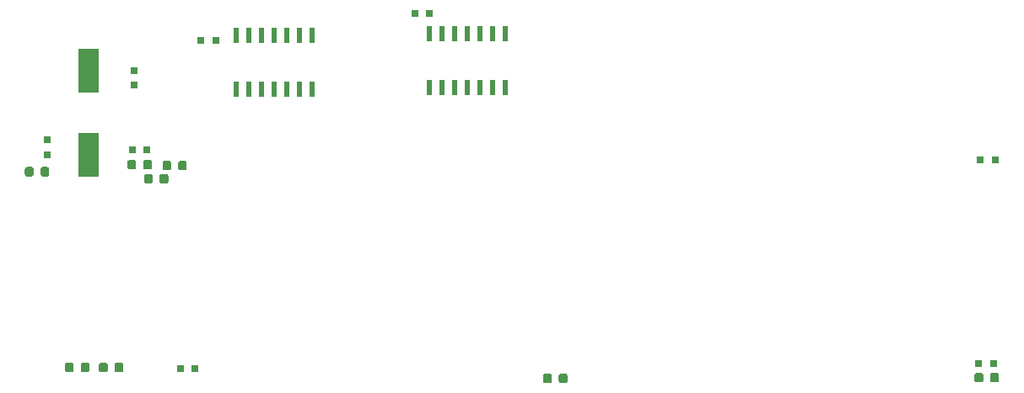
<source format=gbr>
G04 #@! TF.GenerationSoftware,KiCad,Pcbnew,(5.0.0)*
G04 #@! TF.CreationDate,2020-08-03T17:04:06+01:00*
G04 #@! TF.ProjectId,basic-mc6800,62617369632D6D63363830302E6B6963,rev?*
G04 #@! TF.SameCoordinates,Original*
G04 #@! TF.FileFunction,Paste,Top*
G04 #@! TF.FilePolarity,Positive*
%FSLAX46Y46*%
G04 Gerber Fmt 4.6, Leading zero omitted, Abs format (unit mm)*
G04 Created by KiCad (PCBNEW (5.0.0)) date 08/03/20 17:04:06*
%MOMM*%
%LPD*%
G01*
G04 APERTURE LIST*
%ADD10C,0.100000*%
%ADD11C,0.875000*%
%ADD12R,2.000000X4.500000*%
%ADD13R,0.800000X0.750000*%
%ADD14R,0.600000X1.500000*%
%ADD15R,0.750000X0.800000*%
G04 APERTURE END LIST*
D10*
G04 #@! TO.C,R5*
G36*
X115632491Y-75116453D02*
X115653726Y-75119603D01*
X115674550Y-75124819D01*
X115694762Y-75132051D01*
X115714168Y-75141230D01*
X115732581Y-75152266D01*
X115749824Y-75165054D01*
X115765730Y-75179470D01*
X115780146Y-75195376D01*
X115792934Y-75212619D01*
X115803970Y-75231032D01*
X115813149Y-75250438D01*
X115820381Y-75270650D01*
X115825597Y-75291474D01*
X115828747Y-75312709D01*
X115829800Y-75334150D01*
X115829800Y-75846650D01*
X115828747Y-75868091D01*
X115825597Y-75889326D01*
X115820381Y-75910150D01*
X115813149Y-75930362D01*
X115803970Y-75949768D01*
X115792934Y-75968181D01*
X115780146Y-75985424D01*
X115765730Y-76001330D01*
X115749824Y-76015746D01*
X115732581Y-76028534D01*
X115714168Y-76039570D01*
X115694762Y-76048749D01*
X115674550Y-76055981D01*
X115653726Y-76061197D01*
X115632491Y-76064347D01*
X115611050Y-76065400D01*
X115173550Y-76065400D01*
X115152109Y-76064347D01*
X115130874Y-76061197D01*
X115110050Y-76055981D01*
X115089838Y-76048749D01*
X115070432Y-76039570D01*
X115052019Y-76028534D01*
X115034776Y-76015746D01*
X115018870Y-76001330D01*
X115004454Y-75985424D01*
X114991666Y-75968181D01*
X114980630Y-75949768D01*
X114971451Y-75930362D01*
X114964219Y-75910150D01*
X114959003Y-75889326D01*
X114955853Y-75868091D01*
X114954800Y-75846650D01*
X114954800Y-75334150D01*
X114955853Y-75312709D01*
X114959003Y-75291474D01*
X114964219Y-75270650D01*
X114971451Y-75250438D01*
X114980630Y-75231032D01*
X114991666Y-75212619D01*
X115004454Y-75195376D01*
X115018870Y-75179470D01*
X115034776Y-75165054D01*
X115052019Y-75152266D01*
X115070432Y-75141230D01*
X115089838Y-75132051D01*
X115110050Y-75124819D01*
X115130874Y-75119603D01*
X115152109Y-75116453D01*
X115173550Y-75115400D01*
X115611050Y-75115400D01*
X115632491Y-75116453D01*
X115632491Y-75116453D01*
G37*
D11*
X115392300Y-75590400D03*
D10*
G36*
X114057491Y-75116453D02*
X114078726Y-75119603D01*
X114099550Y-75124819D01*
X114119762Y-75132051D01*
X114139168Y-75141230D01*
X114157581Y-75152266D01*
X114174824Y-75165054D01*
X114190730Y-75179470D01*
X114205146Y-75195376D01*
X114217934Y-75212619D01*
X114228970Y-75231032D01*
X114238149Y-75250438D01*
X114245381Y-75270650D01*
X114250597Y-75291474D01*
X114253747Y-75312709D01*
X114254800Y-75334150D01*
X114254800Y-75846650D01*
X114253747Y-75868091D01*
X114250597Y-75889326D01*
X114245381Y-75910150D01*
X114238149Y-75930362D01*
X114228970Y-75949768D01*
X114217934Y-75968181D01*
X114205146Y-75985424D01*
X114190730Y-76001330D01*
X114174824Y-76015746D01*
X114157581Y-76028534D01*
X114139168Y-76039570D01*
X114119762Y-76048749D01*
X114099550Y-76055981D01*
X114078726Y-76061197D01*
X114057491Y-76064347D01*
X114036050Y-76065400D01*
X113598550Y-76065400D01*
X113577109Y-76064347D01*
X113555874Y-76061197D01*
X113535050Y-76055981D01*
X113514838Y-76048749D01*
X113495432Y-76039570D01*
X113477019Y-76028534D01*
X113459776Y-76015746D01*
X113443870Y-76001330D01*
X113429454Y-75985424D01*
X113416666Y-75968181D01*
X113405630Y-75949768D01*
X113396451Y-75930362D01*
X113389219Y-75910150D01*
X113384003Y-75889326D01*
X113380853Y-75868091D01*
X113379800Y-75846650D01*
X113379800Y-75334150D01*
X113380853Y-75312709D01*
X113384003Y-75291474D01*
X113389219Y-75270650D01*
X113396451Y-75250438D01*
X113405630Y-75231032D01*
X113416666Y-75212619D01*
X113429454Y-75195376D01*
X113443870Y-75179470D01*
X113459776Y-75165054D01*
X113477019Y-75152266D01*
X113495432Y-75141230D01*
X113514838Y-75132051D01*
X113535050Y-75124819D01*
X113555874Y-75119603D01*
X113577109Y-75116453D01*
X113598550Y-75115400D01*
X114036050Y-75115400D01*
X114057491Y-75116453D01*
X114057491Y-75116453D01*
G37*
D11*
X113817300Y-75590400D03*
G04 #@! TD*
D10*
G04 #@! TO.C,R8*
G36*
X197140991Y-96452453D02*
X197162226Y-96455603D01*
X197183050Y-96460819D01*
X197203262Y-96468051D01*
X197222668Y-96477230D01*
X197241081Y-96488266D01*
X197258324Y-96501054D01*
X197274230Y-96515470D01*
X197288646Y-96531376D01*
X197301434Y-96548619D01*
X197312470Y-96567032D01*
X197321649Y-96586438D01*
X197328881Y-96606650D01*
X197334097Y-96627474D01*
X197337247Y-96648709D01*
X197338300Y-96670150D01*
X197338300Y-97182650D01*
X197337247Y-97204091D01*
X197334097Y-97225326D01*
X197328881Y-97246150D01*
X197321649Y-97266362D01*
X197312470Y-97285768D01*
X197301434Y-97304181D01*
X197288646Y-97321424D01*
X197274230Y-97337330D01*
X197258324Y-97351746D01*
X197241081Y-97364534D01*
X197222668Y-97375570D01*
X197203262Y-97384749D01*
X197183050Y-97391981D01*
X197162226Y-97397197D01*
X197140991Y-97400347D01*
X197119550Y-97401400D01*
X196682050Y-97401400D01*
X196660609Y-97400347D01*
X196639374Y-97397197D01*
X196618550Y-97391981D01*
X196598338Y-97384749D01*
X196578932Y-97375570D01*
X196560519Y-97364534D01*
X196543276Y-97351746D01*
X196527370Y-97337330D01*
X196512954Y-97321424D01*
X196500166Y-97304181D01*
X196489130Y-97285768D01*
X196479951Y-97266362D01*
X196472719Y-97246150D01*
X196467503Y-97225326D01*
X196464353Y-97204091D01*
X196463300Y-97182650D01*
X196463300Y-96670150D01*
X196464353Y-96648709D01*
X196467503Y-96627474D01*
X196472719Y-96606650D01*
X196479951Y-96586438D01*
X196489130Y-96567032D01*
X196500166Y-96548619D01*
X196512954Y-96531376D01*
X196527370Y-96515470D01*
X196543276Y-96501054D01*
X196560519Y-96488266D01*
X196578932Y-96477230D01*
X196598338Y-96468051D01*
X196618550Y-96460819D01*
X196639374Y-96455603D01*
X196660609Y-96452453D01*
X196682050Y-96451400D01*
X197119550Y-96451400D01*
X197140991Y-96452453D01*
X197140991Y-96452453D01*
G37*
D11*
X196900800Y-96926400D03*
D10*
G36*
X195565991Y-96452453D02*
X195587226Y-96455603D01*
X195608050Y-96460819D01*
X195628262Y-96468051D01*
X195647668Y-96477230D01*
X195666081Y-96488266D01*
X195683324Y-96501054D01*
X195699230Y-96515470D01*
X195713646Y-96531376D01*
X195726434Y-96548619D01*
X195737470Y-96567032D01*
X195746649Y-96586438D01*
X195753881Y-96606650D01*
X195759097Y-96627474D01*
X195762247Y-96648709D01*
X195763300Y-96670150D01*
X195763300Y-97182650D01*
X195762247Y-97204091D01*
X195759097Y-97225326D01*
X195753881Y-97246150D01*
X195746649Y-97266362D01*
X195737470Y-97285768D01*
X195726434Y-97304181D01*
X195713646Y-97321424D01*
X195699230Y-97337330D01*
X195683324Y-97351746D01*
X195666081Y-97364534D01*
X195647668Y-97375570D01*
X195628262Y-97384749D01*
X195608050Y-97391981D01*
X195587226Y-97397197D01*
X195565991Y-97400347D01*
X195544550Y-97401400D01*
X195107050Y-97401400D01*
X195085609Y-97400347D01*
X195064374Y-97397197D01*
X195043550Y-97391981D01*
X195023338Y-97384749D01*
X195003932Y-97375570D01*
X194985519Y-97364534D01*
X194968276Y-97351746D01*
X194952370Y-97337330D01*
X194937954Y-97321424D01*
X194925166Y-97304181D01*
X194914130Y-97285768D01*
X194904951Y-97266362D01*
X194897719Y-97246150D01*
X194892503Y-97225326D01*
X194889353Y-97204091D01*
X194888300Y-97182650D01*
X194888300Y-96670150D01*
X194889353Y-96648709D01*
X194892503Y-96627474D01*
X194897719Y-96606650D01*
X194904951Y-96586438D01*
X194914130Y-96567032D01*
X194925166Y-96548619D01*
X194937954Y-96531376D01*
X194952370Y-96515470D01*
X194968276Y-96501054D01*
X194985519Y-96488266D01*
X195003932Y-96477230D01*
X195023338Y-96468051D01*
X195043550Y-96460819D01*
X195064374Y-96455603D01*
X195085609Y-96452453D01*
X195107050Y-96451400D01*
X195544550Y-96451400D01*
X195565991Y-96452453D01*
X195565991Y-96452453D01*
G37*
D11*
X195325800Y-96926400D03*
G04 #@! TD*
D10*
G04 #@! TO.C,R7*
G36*
X112203391Y-76437253D02*
X112224626Y-76440403D01*
X112245450Y-76445619D01*
X112265662Y-76452851D01*
X112285068Y-76462030D01*
X112303481Y-76473066D01*
X112320724Y-76485854D01*
X112336630Y-76500270D01*
X112351046Y-76516176D01*
X112363834Y-76533419D01*
X112374870Y-76551832D01*
X112384049Y-76571238D01*
X112391281Y-76591450D01*
X112396497Y-76612274D01*
X112399647Y-76633509D01*
X112400700Y-76654950D01*
X112400700Y-77167450D01*
X112399647Y-77188891D01*
X112396497Y-77210126D01*
X112391281Y-77230950D01*
X112384049Y-77251162D01*
X112374870Y-77270568D01*
X112363834Y-77288981D01*
X112351046Y-77306224D01*
X112336630Y-77322130D01*
X112320724Y-77336546D01*
X112303481Y-77349334D01*
X112285068Y-77360370D01*
X112265662Y-77369549D01*
X112245450Y-77376781D01*
X112224626Y-77381997D01*
X112203391Y-77385147D01*
X112181950Y-77386200D01*
X111744450Y-77386200D01*
X111723009Y-77385147D01*
X111701774Y-77381997D01*
X111680950Y-77376781D01*
X111660738Y-77369549D01*
X111641332Y-77360370D01*
X111622919Y-77349334D01*
X111605676Y-77336546D01*
X111589770Y-77322130D01*
X111575354Y-77306224D01*
X111562566Y-77288981D01*
X111551530Y-77270568D01*
X111542351Y-77251162D01*
X111535119Y-77230950D01*
X111529903Y-77210126D01*
X111526753Y-77188891D01*
X111525700Y-77167450D01*
X111525700Y-76654950D01*
X111526753Y-76633509D01*
X111529903Y-76612274D01*
X111535119Y-76591450D01*
X111542351Y-76571238D01*
X111551530Y-76551832D01*
X111562566Y-76533419D01*
X111575354Y-76516176D01*
X111589770Y-76500270D01*
X111605676Y-76485854D01*
X111622919Y-76473066D01*
X111641332Y-76462030D01*
X111660738Y-76452851D01*
X111680950Y-76445619D01*
X111701774Y-76440403D01*
X111723009Y-76437253D01*
X111744450Y-76436200D01*
X112181950Y-76436200D01*
X112203391Y-76437253D01*
X112203391Y-76437253D01*
G37*
D11*
X111963200Y-76911200D03*
D10*
G36*
X113778391Y-76437253D02*
X113799626Y-76440403D01*
X113820450Y-76445619D01*
X113840662Y-76452851D01*
X113860068Y-76462030D01*
X113878481Y-76473066D01*
X113895724Y-76485854D01*
X113911630Y-76500270D01*
X113926046Y-76516176D01*
X113938834Y-76533419D01*
X113949870Y-76551832D01*
X113959049Y-76571238D01*
X113966281Y-76591450D01*
X113971497Y-76612274D01*
X113974647Y-76633509D01*
X113975700Y-76654950D01*
X113975700Y-77167450D01*
X113974647Y-77188891D01*
X113971497Y-77210126D01*
X113966281Y-77230950D01*
X113959049Y-77251162D01*
X113949870Y-77270568D01*
X113938834Y-77288981D01*
X113926046Y-77306224D01*
X113911630Y-77322130D01*
X113895724Y-77336546D01*
X113878481Y-77349334D01*
X113860068Y-77360370D01*
X113840662Y-77369549D01*
X113820450Y-77376781D01*
X113799626Y-77381997D01*
X113778391Y-77385147D01*
X113756950Y-77386200D01*
X113319450Y-77386200D01*
X113298009Y-77385147D01*
X113276774Y-77381997D01*
X113255950Y-77376781D01*
X113235738Y-77369549D01*
X113216332Y-77360370D01*
X113197919Y-77349334D01*
X113180676Y-77336546D01*
X113164770Y-77322130D01*
X113150354Y-77306224D01*
X113137566Y-77288981D01*
X113126530Y-77270568D01*
X113117351Y-77251162D01*
X113110119Y-77230950D01*
X113104903Y-77210126D01*
X113101753Y-77188891D01*
X113100700Y-77167450D01*
X113100700Y-76654950D01*
X113101753Y-76633509D01*
X113104903Y-76612274D01*
X113110119Y-76591450D01*
X113117351Y-76571238D01*
X113126530Y-76551832D01*
X113137566Y-76533419D01*
X113150354Y-76516176D01*
X113164770Y-76500270D01*
X113180676Y-76485854D01*
X113197919Y-76473066D01*
X113216332Y-76462030D01*
X113235738Y-76452851D01*
X113255950Y-76445619D01*
X113276774Y-76440403D01*
X113298009Y-76437253D01*
X113319450Y-76436200D01*
X113756950Y-76436200D01*
X113778391Y-76437253D01*
X113778391Y-76437253D01*
G37*
D11*
X113538200Y-76911200D03*
G04 #@! TD*
D10*
G04 #@! TO.C,R6*
G36*
X100252691Y-75726053D02*
X100273926Y-75729203D01*
X100294750Y-75734419D01*
X100314962Y-75741651D01*
X100334368Y-75750830D01*
X100352781Y-75761866D01*
X100370024Y-75774654D01*
X100385930Y-75789070D01*
X100400346Y-75804976D01*
X100413134Y-75822219D01*
X100424170Y-75840632D01*
X100433349Y-75860038D01*
X100440581Y-75880250D01*
X100445797Y-75901074D01*
X100448947Y-75922309D01*
X100450000Y-75943750D01*
X100450000Y-76456250D01*
X100448947Y-76477691D01*
X100445797Y-76498926D01*
X100440581Y-76519750D01*
X100433349Y-76539962D01*
X100424170Y-76559368D01*
X100413134Y-76577781D01*
X100400346Y-76595024D01*
X100385930Y-76610930D01*
X100370024Y-76625346D01*
X100352781Y-76638134D01*
X100334368Y-76649170D01*
X100314962Y-76658349D01*
X100294750Y-76665581D01*
X100273926Y-76670797D01*
X100252691Y-76673947D01*
X100231250Y-76675000D01*
X99793750Y-76675000D01*
X99772309Y-76673947D01*
X99751074Y-76670797D01*
X99730250Y-76665581D01*
X99710038Y-76658349D01*
X99690632Y-76649170D01*
X99672219Y-76638134D01*
X99654976Y-76625346D01*
X99639070Y-76610930D01*
X99624654Y-76595024D01*
X99611866Y-76577781D01*
X99600830Y-76559368D01*
X99591651Y-76539962D01*
X99584419Y-76519750D01*
X99579203Y-76498926D01*
X99576053Y-76477691D01*
X99575000Y-76456250D01*
X99575000Y-75943750D01*
X99576053Y-75922309D01*
X99579203Y-75901074D01*
X99584419Y-75880250D01*
X99591651Y-75860038D01*
X99600830Y-75840632D01*
X99611866Y-75822219D01*
X99624654Y-75804976D01*
X99639070Y-75789070D01*
X99654976Y-75774654D01*
X99672219Y-75761866D01*
X99690632Y-75750830D01*
X99710038Y-75741651D01*
X99730250Y-75734419D01*
X99751074Y-75729203D01*
X99772309Y-75726053D01*
X99793750Y-75725000D01*
X100231250Y-75725000D01*
X100252691Y-75726053D01*
X100252691Y-75726053D01*
G37*
D11*
X100012500Y-76200000D03*
D10*
G36*
X101827691Y-75726053D02*
X101848926Y-75729203D01*
X101869750Y-75734419D01*
X101889962Y-75741651D01*
X101909368Y-75750830D01*
X101927781Y-75761866D01*
X101945024Y-75774654D01*
X101960930Y-75789070D01*
X101975346Y-75804976D01*
X101988134Y-75822219D01*
X101999170Y-75840632D01*
X102008349Y-75860038D01*
X102015581Y-75880250D01*
X102020797Y-75901074D01*
X102023947Y-75922309D01*
X102025000Y-75943750D01*
X102025000Y-76456250D01*
X102023947Y-76477691D01*
X102020797Y-76498926D01*
X102015581Y-76519750D01*
X102008349Y-76539962D01*
X101999170Y-76559368D01*
X101988134Y-76577781D01*
X101975346Y-76595024D01*
X101960930Y-76610930D01*
X101945024Y-76625346D01*
X101927781Y-76638134D01*
X101909368Y-76649170D01*
X101889962Y-76658349D01*
X101869750Y-76665581D01*
X101848926Y-76670797D01*
X101827691Y-76673947D01*
X101806250Y-76675000D01*
X101368750Y-76675000D01*
X101347309Y-76673947D01*
X101326074Y-76670797D01*
X101305250Y-76665581D01*
X101285038Y-76658349D01*
X101265632Y-76649170D01*
X101247219Y-76638134D01*
X101229976Y-76625346D01*
X101214070Y-76610930D01*
X101199654Y-76595024D01*
X101186866Y-76577781D01*
X101175830Y-76559368D01*
X101166651Y-76539962D01*
X101159419Y-76519750D01*
X101154203Y-76498926D01*
X101151053Y-76477691D01*
X101150000Y-76456250D01*
X101150000Y-75943750D01*
X101151053Y-75922309D01*
X101154203Y-75901074D01*
X101159419Y-75880250D01*
X101166651Y-75860038D01*
X101175830Y-75840632D01*
X101186866Y-75822219D01*
X101199654Y-75804976D01*
X101214070Y-75789070D01*
X101229976Y-75774654D01*
X101247219Y-75761866D01*
X101265632Y-75750830D01*
X101285038Y-75741651D01*
X101305250Y-75734419D01*
X101326074Y-75729203D01*
X101347309Y-75726053D01*
X101368750Y-75725000D01*
X101806250Y-75725000D01*
X101827691Y-75726053D01*
X101827691Y-75726053D01*
G37*
D11*
X101587500Y-76200000D03*
G04 #@! TD*
D12*
G04 #@! TO.C,Y1*
X106000000Y-74500000D03*
X106000000Y-66000000D03*
G04 #@! TD*
D13*
G04 #@! TO.C,C8*
X138708000Y-60248800D03*
X140208000Y-60248800D03*
G04 #@! TD*
G04 #@! TO.C,C9*
X118750000Y-63000000D03*
X117250000Y-63000000D03*
G04 #@! TD*
D14*
G04 #@! TO.C,U1*
X140190000Y-67700000D03*
X141460000Y-67700000D03*
X142730000Y-67700000D03*
X144000000Y-67700000D03*
X145270000Y-67700000D03*
X146540000Y-67700000D03*
X147810000Y-67700000D03*
X147810000Y-62300000D03*
X146540000Y-62300000D03*
X145270000Y-62300000D03*
X144000000Y-62300000D03*
X142730000Y-62300000D03*
X141460000Y-62300000D03*
X140190000Y-62300000D03*
G04 #@! TD*
G04 #@! TO.C,U5*
X120790000Y-62500000D03*
X122060000Y-62500000D03*
X123330000Y-62500000D03*
X124600000Y-62500000D03*
X125870000Y-62500000D03*
X127140000Y-62500000D03*
X128410000Y-62500000D03*
X128410000Y-67900000D03*
X127140000Y-67900000D03*
X125870000Y-67900000D03*
X124600000Y-67900000D03*
X123330000Y-67900000D03*
X122060000Y-67900000D03*
X120790000Y-67900000D03*
G04 #@! TD*
D15*
G04 #@! TO.C,C2*
X101800000Y-73000000D03*
X101800000Y-74500000D03*
G04 #@! TD*
G04 #@! TO.C,C3*
X110500000Y-66000000D03*
X110500000Y-67500000D03*
G04 #@! TD*
D13*
G04 #@! TO.C,C5*
X115175600Y-96012000D03*
X116675600Y-96012000D03*
G04 #@! TD*
G04 #@! TO.C,C6*
X195500000Y-75000000D03*
X197000000Y-75000000D03*
G04 #@! TD*
G04 #@! TO.C,C7*
X196800000Y-95500000D03*
X195300000Y-95500000D03*
G04 #@! TD*
D10*
G04 #@! TO.C,R1*
G36*
X110552691Y-75026053D02*
X110573926Y-75029203D01*
X110594750Y-75034419D01*
X110614962Y-75041651D01*
X110634368Y-75050830D01*
X110652781Y-75061866D01*
X110670024Y-75074654D01*
X110685930Y-75089070D01*
X110700346Y-75104976D01*
X110713134Y-75122219D01*
X110724170Y-75140632D01*
X110733349Y-75160038D01*
X110740581Y-75180250D01*
X110745797Y-75201074D01*
X110748947Y-75222309D01*
X110750000Y-75243750D01*
X110750000Y-75756250D01*
X110748947Y-75777691D01*
X110745797Y-75798926D01*
X110740581Y-75819750D01*
X110733349Y-75839962D01*
X110724170Y-75859368D01*
X110713134Y-75877781D01*
X110700346Y-75895024D01*
X110685930Y-75910930D01*
X110670024Y-75925346D01*
X110652781Y-75938134D01*
X110634368Y-75949170D01*
X110614962Y-75958349D01*
X110594750Y-75965581D01*
X110573926Y-75970797D01*
X110552691Y-75973947D01*
X110531250Y-75975000D01*
X110093750Y-75975000D01*
X110072309Y-75973947D01*
X110051074Y-75970797D01*
X110030250Y-75965581D01*
X110010038Y-75958349D01*
X109990632Y-75949170D01*
X109972219Y-75938134D01*
X109954976Y-75925346D01*
X109939070Y-75910930D01*
X109924654Y-75895024D01*
X109911866Y-75877781D01*
X109900830Y-75859368D01*
X109891651Y-75839962D01*
X109884419Y-75819750D01*
X109879203Y-75798926D01*
X109876053Y-75777691D01*
X109875000Y-75756250D01*
X109875000Y-75243750D01*
X109876053Y-75222309D01*
X109879203Y-75201074D01*
X109884419Y-75180250D01*
X109891651Y-75160038D01*
X109900830Y-75140632D01*
X109911866Y-75122219D01*
X109924654Y-75104976D01*
X109939070Y-75089070D01*
X109954976Y-75074654D01*
X109972219Y-75061866D01*
X109990632Y-75050830D01*
X110010038Y-75041651D01*
X110030250Y-75034419D01*
X110051074Y-75029203D01*
X110072309Y-75026053D01*
X110093750Y-75025000D01*
X110531250Y-75025000D01*
X110552691Y-75026053D01*
X110552691Y-75026053D01*
G37*
D11*
X110312500Y-75500000D03*
D10*
G36*
X112127691Y-75026053D02*
X112148926Y-75029203D01*
X112169750Y-75034419D01*
X112189962Y-75041651D01*
X112209368Y-75050830D01*
X112227781Y-75061866D01*
X112245024Y-75074654D01*
X112260930Y-75089070D01*
X112275346Y-75104976D01*
X112288134Y-75122219D01*
X112299170Y-75140632D01*
X112308349Y-75160038D01*
X112315581Y-75180250D01*
X112320797Y-75201074D01*
X112323947Y-75222309D01*
X112325000Y-75243750D01*
X112325000Y-75756250D01*
X112323947Y-75777691D01*
X112320797Y-75798926D01*
X112315581Y-75819750D01*
X112308349Y-75839962D01*
X112299170Y-75859368D01*
X112288134Y-75877781D01*
X112275346Y-75895024D01*
X112260930Y-75910930D01*
X112245024Y-75925346D01*
X112227781Y-75938134D01*
X112209368Y-75949170D01*
X112189962Y-75958349D01*
X112169750Y-75965581D01*
X112148926Y-75970797D01*
X112127691Y-75973947D01*
X112106250Y-75975000D01*
X111668750Y-75975000D01*
X111647309Y-75973947D01*
X111626074Y-75970797D01*
X111605250Y-75965581D01*
X111585038Y-75958349D01*
X111565632Y-75949170D01*
X111547219Y-75938134D01*
X111529976Y-75925346D01*
X111514070Y-75910930D01*
X111499654Y-75895024D01*
X111486866Y-75877781D01*
X111475830Y-75859368D01*
X111466651Y-75839962D01*
X111459419Y-75819750D01*
X111454203Y-75798926D01*
X111451053Y-75777691D01*
X111450000Y-75756250D01*
X111450000Y-75243750D01*
X111451053Y-75222309D01*
X111454203Y-75201074D01*
X111459419Y-75180250D01*
X111466651Y-75160038D01*
X111475830Y-75140632D01*
X111486866Y-75122219D01*
X111499654Y-75104976D01*
X111514070Y-75089070D01*
X111529976Y-75074654D01*
X111547219Y-75061866D01*
X111565632Y-75050830D01*
X111585038Y-75041651D01*
X111605250Y-75034419D01*
X111626074Y-75029203D01*
X111647309Y-75026053D01*
X111668750Y-75025000D01*
X112106250Y-75025000D01*
X112127691Y-75026053D01*
X112127691Y-75026053D01*
G37*
D11*
X111887500Y-75500000D03*
G04 #@! TD*
D10*
G04 #@! TO.C,R2*
G36*
X152265191Y-96526053D02*
X152286426Y-96529203D01*
X152307250Y-96534419D01*
X152327462Y-96541651D01*
X152346868Y-96550830D01*
X152365281Y-96561866D01*
X152382524Y-96574654D01*
X152398430Y-96589070D01*
X152412846Y-96604976D01*
X152425634Y-96622219D01*
X152436670Y-96640632D01*
X152445849Y-96660038D01*
X152453081Y-96680250D01*
X152458297Y-96701074D01*
X152461447Y-96722309D01*
X152462500Y-96743750D01*
X152462500Y-97256250D01*
X152461447Y-97277691D01*
X152458297Y-97298926D01*
X152453081Y-97319750D01*
X152445849Y-97339962D01*
X152436670Y-97359368D01*
X152425634Y-97377781D01*
X152412846Y-97395024D01*
X152398430Y-97410930D01*
X152382524Y-97425346D01*
X152365281Y-97438134D01*
X152346868Y-97449170D01*
X152327462Y-97458349D01*
X152307250Y-97465581D01*
X152286426Y-97470797D01*
X152265191Y-97473947D01*
X152243750Y-97475000D01*
X151806250Y-97475000D01*
X151784809Y-97473947D01*
X151763574Y-97470797D01*
X151742750Y-97465581D01*
X151722538Y-97458349D01*
X151703132Y-97449170D01*
X151684719Y-97438134D01*
X151667476Y-97425346D01*
X151651570Y-97410930D01*
X151637154Y-97395024D01*
X151624366Y-97377781D01*
X151613330Y-97359368D01*
X151604151Y-97339962D01*
X151596919Y-97319750D01*
X151591703Y-97298926D01*
X151588553Y-97277691D01*
X151587500Y-97256250D01*
X151587500Y-96743750D01*
X151588553Y-96722309D01*
X151591703Y-96701074D01*
X151596919Y-96680250D01*
X151604151Y-96660038D01*
X151613330Y-96640632D01*
X151624366Y-96622219D01*
X151637154Y-96604976D01*
X151651570Y-96589070D01*
X151667476Y-96574654D01*
X151684719Y-96561866D01*
X151703132Y-96550830D01*
X151722538Y-96541651D01*
X151742750Y-96534419D01*
X151763574Y-96529203D01*
X151784809Y-96526053D01*
X151806250Y-96525000D01*
X152243750Y-96525000D01*
X152265191Y-96526053D01*
X152265191Y-96526053D01*
G37*
D11*
X152025000Y-97000000D03*
D10*
G36*
X153840191Y-96526053D02*
X153861426Y-96529203D01*
X153882250Y-96534419D01*
X153902462Y-96541651D01*
X153921868Y-96550830D01*
X153940281Y-96561866D01*
X153957524Y-96574654D01*
X153973430Y-96589070D01*
X153987846Y-96604976D01*
X154000634Y-96622219D01*
X154011670Y-96640632D01*
X154020849Y-96660038D01*
X154028081Y-96680250D01*
X154033297Y-96701074D01*
X154036447Y-96722309D01*
X154037500Y-96743750D01*
X154037500Y-97256250D01*
X154036447Y-97277691D01*
X154033297Y-97298926D01*
X154028081Y-97319750D01*
X154020849Y-97339962D01*
X154011670Y-97359368D01*
X154000634Y-97377781D01*
X153987846Y-97395024D01*
X153973430Y-97410930D01*
X153957524Y-97425346D01*
X153940281Y-97438134D01*
X153921868Y-97449170D01*
X153902462Y-97458349D01*
X153882250Y-97465581D01*
X153861426Y-97470797D01*
X153840191Y-97473947D01*
X153818750Y-97475000D01*
X153381250Y-97475000D01*
X153359809Y-97473947D01*
X153338574Y-97470797D01*
X153317750Y-97465581D01*
X153297538Y-97458349D01*
X153278132Y-97449170D01*
X153259719Y-97438134D01*
X153242476Y-97425346D01*
X153226570Y-97410930D01*
X153212154Y-97395024D01*
X153199366Y-97377781D01*
X153188330Y-97359368D01*
X153179151Y-97339962D01*
X153171919Y-97319750D01*
X153166703Y-97298926D01*
X153163553Y-97277691D01*
X153162500Y-97256250D01*
X153162500Y-96743750D01*
X153163553Y-96722309D01*
X153166703Y-96701074D01*
X153171919Y-96680250D01*
X153179151Y-96660038D01*
X153188330Y-96640632D01*
X153199366Y-96622219D01*
X153212154Y-96604976D01*
X153226570Y-96589070D01*
X153242476Y-96574654D01*
X153259719Y-96561866D01*
X153278132Y-96550830D01*
X153297538Y-96541651D01*
X153317750Y-96534419D01*
X153338574Y-96529203D01*
X153359809Y-96526053D01*
X153381250Y-96525000D01*
X153818750Y-96525000D01*
X153840191Y-96526053D01*
X153840191Y-96526053D01*
G37*
D11*
X153600000Y-97000000D03*
G04 #@! TD*
D10*
G04 #@! TO.C,R3*
G36*
X105853591Y-95436453D02*
X105874826Y-95439603D01*
X105895650Y-95444819D01*
X105915862Y-95452051D01*
X105935268Y-95461230D01*
X105953681Y-95472266D01*
X105970924Y-95485054D01*
X105986830Y-95499470D01*
X106001246Y-95515376D01*
X106014034Y-95532619D01*
X106025070Y-95551032D01*
X106034249Y-95570438D01*
X106041481Y-95590650D01*
X106046697Y-95611474D01*
X106049847Y-95632709D01*
X106050900Y-95654150D01*
X106050900Y-96166650D01*
X106049847Y-96188091D01*
X106046697Y-96209326D01*
X106041481Y-96230150D01*
X106034249Y-96250362D01*
X106025070Y-96269768D01*
X106014034Y-96288181D01*
X106001246Y-96305424D01*
X105986830Y-96321330D01*
X105970924Y-96335746D01*
X105953681Y-96348534D01*
X105935268Y-96359570D01*
X105915862Y-96368749D01*
X105895650Y-96375981D01*
X105874826Y-96381197D01*
X105853591Y-96384347D01*
X105832150Y-96385400D01*
X105394650Y-96385400D01*
X105373209Y-96384347D01*
X105351974Y-96381197D01*
X105331150Y-96375981D01*
X105310938Y-96368749D01*
X105291532Y-96359570D01*
X105273119Y-96348534D01*
X105255876Y-96335746D01*
X105239970Y-96321330D01*
X105225554Y-96305424D01*
X105212766Y-96288181D01*
X105201730Y-96269768D01*
X105192551Y-96250362D01*
X105185319Y-96230150D01*
X105180103Y-96209326D01*
X105176953Y-96188091D01*
X105175900Y-96166650D01*
X105175900Y-95654150D01*
X105176953Y-95632709D01*
X105180103Y-95611474D01*
X105185319Y-95590650D01*
X105192551Y-95570438D01*
X105201730Y-95551032D01*
X105212766Y-95532619D01*
X105225554Y-95515376D01*
X105239970Y-95499470D01*
X105255876Y-95485054D01*
X105273119Y-95472266D01*
X105291532Y-95461230D01*
X105310938Y-95452051D01*
X105331150Y-95444819D01*
X105351974Y-95439603D01*
X105373209Y-95436453D01*
X105394650Y-95435400D01*
X105832150Y-95435400D01*
X105853591Y-95436453D01*
X105853591Y-95436453D01*
G37*
D11*
X105613400Y-95910400D03*
D10*
G36*
X104278591Y-95436453D02*
X104299826Y-95439603D01*
X104320650Y-95444819D01*
X104340862Y-95452051D01*
X104360268Y-95461230D01*
X104378681Y-95472266D01*
X104395924Y-95485054D01*
X104411830Y-95499470D01*
X104426246Y-95515376D01*
X104439034Y-95532619D01*
X104450070Y-95551032D01*
X104459249Y-95570438D01*
X104466481Y-95590650D01*
X104471697Y-95611474D01*
X104474847Y-95632709D01*
X104475900Y-95654150D01*
X104475900Y-96166650D01*
X104474847Y-96188091D01*
X104471697Y-96209326D01*
X104466481Y-96230150D01*
X104459249Y-96250362D01*
X104450070Y-96269768D01*
X104439034Y-96288181D01*
X104426246Y-96305424D01*
X104411830Y-96321330D01*
X104395924Y-96335746D01*
X104378681Y-96348534D01*
X104360268Y-96359570D01*
X104340862Y-96368749D01*
X104320650Y-96375981D01*
X104299826Y-96381197D01*
X104278591Y-96384347D01*
X104257150Y-96385400D01*
X103819650Y-96385400D01*
X103798209Y-96384347D01*
X103776974Y-96381197D01*
X103756150Y-96375981D01*
X103735938Y-96368749D01*
X103716532Y-96359570D01*
X103698119Y-96348534D01*
X103680876Y-96335746D01*
X103664970Y-96321330D01*
X103650554Y-96305424D01*
X103637766Y-96288181D01*
X103626730Y-96269768D01*
X103617551Y-96250362D01*
X103610319Y-96230150D01*
X103605103Y-96209326D01*
X103601953Y-96188091D01*
X103600900Y-96166650D01*
X103600900Y-95654150D01*
X103601953Y-95632709D01*
X103605103Y-95611474D01*
X103610319Y-95590650D01*
X103617551Y-95570438D01*
X103626730Y-95551032D01*
X103637766Y-95532619D01*
X103650554Y-95515376D01*
X103664970Y-95499470D01*
X103680876Y-95485054D01*
X103698119Y-95472266D01*
X103716532Y-95461230D01*
X103735938Y-95452051D01*
X103756150Y-95444819D01*
X103776974Y-95439603D01*
X103798209Y-95436453D01*
X103819650Y-95435400D01*
X104257150Y-95435400D01*
X104278591Y-95436453D01*
X104278591Y-95436453D01*
G37*
D11*
X104038400Y-95910400D03*
G04 #@! TD*
D10*
G04 #@! TO.C,R4*
G36*
X107681991Y-95436453D02*
X107703226Y-95439603D01*
X107724050Y-95444819D01*
X107744262Y-95452051D01*
X107763668Y-95461230D01*
X107782081Y-95472266D01*
X107799324Y-95485054D01*
X107815230Y-95499470D01*
X107829646Y-95515376D01*
X107842434Y-95532619D01*
X107853470Y-95551032D01*
X107862649Y-95570438D01*
X107869881Y-95590650D01*
X107875097Y-95611474D01*
X107878247Y-95632709D01*
X107879300Y-95654150D01*
X107879300Y-96166650D01*
X107878247Y-96188091D01*
X107875097Y-96209326D01*
X107869881Y-96230150D01*
X107862649Y-96250362D01*
X107853470Y-96269768D01*
X107842434Y-96288181D01*
X107829646Y-96305424D01*
X107815230Y-96321330D01*
X107799324Y-96335746D01*
X107782081Y-96348534D01*
X107763668Y-96359570D01*
X107744262Y-96368749D01*
X107724050Y-96375981D01*
X107703226Y-96381197D01*
X107681991Y-96384347D01*
X107660550Y-96385400D01*
X107223050Y-96385400D01*
X107201609Y-96384347D01*
X107180374Y-96381197D01*
X107159550Y-96375981D01*
X107139338Y-96368749D01*
X107119932Y-96359570D01*
X107101519Y-96348534D01*
X107084276Y-96335746D01*
X107068370Y-96321330D01*
X107053954Y-96305424D01*
X107041166Y-96288181D01*
X107030130Y-96269768D01*
X107020951Y-96250362D01*
X107013719Y-96230150D01*
X107008503Y-96209326D01*
X107005353Y-96188091D01*
X107004300Y-96166650D01*
X107004300Y-95654150D01*
X107005353Y-95632709D01*
X107008503Y-95611474D01*
X107013719Y-95590650D01*
X107020951Y-95570438D01*
X107030130Y-95551032D01*
X107041166Y-95532619D01*
X107053954Y-95515376D01*
X107068370Y-95499470D01*
X107084276Y-95485054D01*
X107101519Y-95472266D01*
X107119932Y-95461230D01*
X107139338Y-95452051D01*
X107159550Y-95444819D01*
X107180374Y-95439603D01*
X107201609Y-95436453D01*
X107223050Y-95435400D01*
X107660550Y-95435400D01*
X107681991Y-95436453D01*
X107681991Y-95436453D01*
G37*
D11*
X107441800Y-95910400D03*
D10*
G36*
X109256991Y-95436453D02*
X109278226Y-95439603D01*
X109299050Y-95444819D01*
X109319262Y-95452051D01*
X109338668Y-95461230D01*
X109357081Y-95472266D01*
X109374324Y-95485054D01*
X109390230Y-95499470D01*
X109404646Y-95515376D01*
X109417434Y-95532619D01*
X109428470Y-95551032D01*
X109437649Y-95570438D01*
X109444881Y-95590650D01*
X109450097Y-95611474D01*
X109453247Y-95632709D01*
X109454300Y-95654150D01*
X109454300Y-96166650D01*
X109453247Y-96188091D01*
X109450097Y-96209326D01*
X109444881Y-96230150D01*
X109437649Y-96250362D01*
X109428470Y-96269768D01*
X109417434Y-96288181D01*
X109404646Y-96305424D01*
X109390230Y-96321330D01*
X109374324Y-96335746D01*
X109357081Y-96348534D01*
X109338668Y-96359570D01*
X109319262Y-96368749D01*
X109299050Y-96375981D01*
X109278226Y-96381197D01*
X109256991Y-96384347D01*
X109235550Y-96385400D01*
X108798050Y-96385400D01*
X108776609Y-96384347D01*
X108755374Y-96381197D01*
X108734550Y-96375981D01*
X108714338Y-96368749D01*
X108694932Y-96359570D01*
X108676519Y-96348534D01*
X108659276Y-96335746D01*
X108643370Y-96321330D01*
X108628954Y-96305424D01*
X108616166Y-96288181D01*
X108605130Y-96269768D01*
X108595951Y-96250362D01*
X108588719Y-96230150D01*
X108583503Y-96209326D01*
X108580353Y-96188091D01*
X108579300Y-96166650D01*
X108579300Y-95654150D01*
X108580353Y-95632709D01*
X108583503Y-95611474D01*
X108588719Y-95590650D01*
X108595951Y-95570438D01*
X108605130Y-95551032D01*
X108616166Y-95532619D01*
X108628954Y-95515376D01*
X108643370Y-95499470D01*
X108659276Y-95485054D01*
X108676519Y-95472266D01*
X108694932Y-95461230D01*
X108714338Y-95452051D01*
X108734550Y-95444819D01*
X108755374Y-95439603D01*
X108776609Y-95436453D01*
X108798050Y-95435400D01*
X109235550Y-95435400D01*
X109256991Y-95436453D01*
X109256991Y-95436453D01*
G37*
D11*
X109016800Y-95910400D03*
G04 #@! TD*
D13*
G04 #@! TO.C,C1*
X111850000Y-74000000D03*
X110350000Y-74000000D03*
G04 #@! TD*
M02*

</source>
